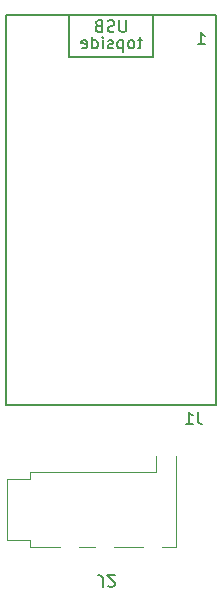
<source format=gbo>
%TF.GenerationSoftware,KiCad,Pcbnew,8.0.1*%
%TF.CreationDate,2024-09-02T22:54:56+02:00*%
%TF.ProjectId,KeyboardTest2,4b657962-6f61-4726-9454-657374322e6b,rev?*%
%TF.SameCoordinates,Original*%
%TF.FileFunction,Legend,Bot*%
%TF.FilePolarity,Positive*%
%FSLAX46Y46*%
G04 Gerber Fmt 4.6, Leading zero omitted, Abs format (unit mm)*
G04 Created by KiCad (PCBNEW 8.0.1) date 2024-09-02 22:54:56*
%MOMM*%
%LPD*%
G01*
G04 APERTURE LIST*
%ADD10C,0.150000*%
%ADD11C,0.120000*%
%ADD12C,3.300000*%
%ADD13C,1.750000*%
%ADD14C,3.987800*%
%ADD15R,1.200000X2.500000*%
%ADD16C,1.600000*%
G04 APERTURE END LIST*
D10*
X38213333Y-60244819D02*
X38213333Y-60959104D01*
X38213333Y-60959104D02*
X38260952Y-61101961D01*
X38260952Y-61101961D02*
X38356190Y-61197200D01*
X38356190Y-61197200D02*
X38499047Y-61244819D01*
X38499047Y-61244819D02*
X38594285Y-61244819D01*
X37213333Y-61244819D02*
X37784761Y-61244819D01*
X37499047Y-61244819D02*
X37499047Y-60244819D01*
X37499047Y-60244819D02*
X37594285Y-60387676D01*
X37594285Y-60387676D02*
X37689523Y-60482914D01*
X37689523Y-60482914D02*
X37784761Y-60530533D01*
X38214285Y-29089819D02*
X38785713Y-29089819D01*
X38499999Y-29089819D02*
X38499999Y-28089819D01*
X38499999Y-28089819D02*
X38595237Y-28232676D01*
X38595237Y-28232676D02*
X38690475Y-28327914D01*
X38690475Y-28327914D02*
X38785713Y-28375533D01*
X33499047Y-28793152D02*
X33118095Y-28793152D01*
X33356190Y-28459819D02*
X33356190Y-29316961D01*
X33356190Y-29316961D02*
X33308571Y-29412200D01*
X33308571Y-29412200D02*
X33213333Y-29459819D01*
X33213333Y-29459819D02*
X33118095Y-29459819D01*
X32641904Y-29459819D02*
X32737142Y-29412200D01*
X32737142Y-29412200D02*
X32784761Y-29364580D01*
X32784761Y-29364580D02*
X32832380Y-29269342D01*
X32832380Y-29269342D02*
X32832380Y-28983628D01*
X32832380Y-28983628D02*
X32784761Y-28888390D01*
X32784761Y-28888390D02*
X32737142Y-28840771D01*
X32737142Y-28840771D02*
X32641904Y-28793152D01*
X32641904Y-28793152D02*
X32499047Y-28793152D01*
X32499047Y-28793152D02*
X32403809Y-28840771D01*
X32403809Y-28840771D02*
X32356190Y-28888390D01*
X32356190Y-28888390D02*
X32308571Y-28983628D01*
X32308571Y-28983628D02*
X32308571Y-29269342D01*
X32308571Y-29269342D02*
X32356190Y-29364580D01*
X32356190Y-29364580D02*
X32403809Y-29412200D01*
X32403809Y-29412200D02*
X32499047Y-29459819D01*
X32499047Y-29459819D02*
X32641904Y-29459819D01*
X31879999Y-28793152D02*
X31879999Y-29793152D01*
X31879999Y-28840771D02*
X31784761Y-28793152D01*
X31784761Y-28793152D02*
X31594285Y-28793152D01*
X31594285Y-28793152D02*
X31499047Y-28840771D01*
X31499047Y-28840771D02*
X31451428Y-28888390D01*
X31451428Y-28888390D02*
X31403809Y-28983628D01*
X31403809Y-28983628D02*
X31403809Y-29269342D01*
X31403809Y-29269342D02*
X31451428Y-29364580D01*
X31451428Y-29364580D02*
X31499047Y-29412200D01*
X31499047Y-29412200D02*
X31594285Y-29459819D01*
X31594285Y-29459819D02*
X31784761Y-29459819D01*
X31784761Y-29459819D02*
X31879999Y-29412200D01*
X31022856Y-29412200D02*
X30927618Y-29459819D01*
X30927618Y-29459819D02*
X30737142Y-29459819D01*
X30737142Y-29459819D02*
X30641904Y-29412200D01*
X30641904Y-29412200D02*
X30594285Y-29316961D01*
X30594285Y-29316961D02*
X30594285Y-29269342D01*
X30594285Y-29269342D02*
X30641904Y-29174104D01*
X30641904Y-29174104D02*
X30737142Y-29126485D01*
X30737142Y-29126485D02*
X30879999Y-29126485D01*
X30879999Y-29126485D02*
X30975237Y-29078866D01*
X30975237Y-29078866D02*
X31022856Y-28983628D01*
X31022856Y-28983628D02*
X31022856Y-28936009D01*
X31022856Y-28936009D02*
X30975237Y-28840771D01*
X30975237Y-28840771D02*
X30879999Y-28793152D01*
X30879999Y-28793152D02*
X30737142Y-28793152D01*
X30737142Y-28793152D02*
X30641904Y-28840771D01*
X30165713Y-29459819D02*
X30165713Y-28793152D01*
X30165713Y-28459819D02*
X30213332Y-28507438D01*
X30213332Y-28507438D02*
X30165713Y-28555057D01*
X30165713Y-28555057D02*
X30118094Y-28507438D01*
X30118094Y-28507438D02*
X30165713Y-28459819D01*
X30165713Y-28459819D02*
X30165713Y-28555057D01*
X29260952Y-29459819D02*
X29260952Y-28459819D01*
X29260952Y-29412200D02*
X29356190Y-29459819D01*
X29356190Y-29459819D02*
X29546666Y-29459819D01*
X29546666Y-29459819D02*
X29641904Y-29412200D01*
X29641904Y-29412200D02*
X29689523Y-29364580D01*
X29689523Y-29364580D02*
X29737142Y-29269342D01*
X29737142Y-29269342D02*
X29737142Y-28983628D01*
X29737142Y-28983628D02*
X29689523Y-28888390D01*
X29689523Y-28888390D02*
X29641904Y-28840771D01*
X29641904Y-28840771D02*
X29546666Y-28793152D01*
X29546666Y-28793152D02*
X29356190Y-28793152D01*
X29356190Y-28793152D02*
X29260952Y-28840771D01*
X28403809Y-29412200D02*
X28499047Y-29459819D01*
X28499047Y-29459819D02*
X28689523Y-29459819D01*
X28689523Y-29459819D02*
X28784761Y-29412200D01*
X28784761Y-29412200D02*
X28832380Y-29316961D01*
X28832380Y-29316961D02*
X28832380Y-28936009D01*
X28832380Y-28936009D02*
X28784761Y-28840771D01*
X28784761Y-28840771D02*
X28689523Y-28793152D01*
X28689523Y-28793152D02*
X28499047Y-28793152D01*
X28499047Y-28793152D02*
X28403809Y-28840771D01*
X28403809Y-28840771D02*
X28356190Y-28936009D01*
X28356190Y-28936009D02*
X28356190Y-29031247D01*
X28356190Y-29031247D02*
X28832380Y-29126485D01*
X32141904Y-27059819D02*
X32141904Y-27869342D01*
X32141904Y-27869342D02*
X32094285Y-27964580D01*
X32094285Y-27964580D02*
X32046666Y-28012200D01*
X32046666Y-28012200D02*
X31951428Y-28059819D01*
X31951428Y-28059819D02*
X31760952Y-28059819D01*
X31760952Y-28059819D02*
X31665714Y-28012200D01*
X31665714Y-28012200D02*
X31618095Y-27964580D01*
X31618095Y-27964580D02*
X31570476Y-27869342D01*
X31570476Y-27869342D02*
X31570476Y-27059819D01*
X31141904Y-28012200D02*
X30999047Y-28059819D01*
X30999047Y-28059819D02*
X30760952Y-28059819D01*
X30760952Y-28059819D02*
X30665714Y-28012200D01*
X30665714Y-28012200D02*
X30618095Y-27964580D01*
X30618095Y-27964580D02*
X30570476Y-27869342D01*
X30570476Y-27869342D02*
X30570476Y-27774104D01*
X30570476Y-27774104D02*
X30618095Y-27678866D01*
X30618095Y-27678866D02*
X30665714Y-27631247D01*
X30665714Y-27631247D02*
X30760952Y-27583628D01*
X30760952Y-27583628D02*
X30951428Y-27536009D01*
X30951428Y-27536009D02*
X31046666Y-27488390D01*
X31046666Y-27488390D02*
X31094285Y-27440771D01*
X31094285Y-27440771D02*
X31141904Y-27345533D01*
X31141904Y-27345533D02*
X31141904Y-27250295D01*
X31141904Y-27250295D02*
X31094285Y-27155057D01*
X31094285Y-27155057D02*
X31046666Y-27107438D01*
X31046666Y-27107438D02*
X30951428Y-27059819D01*
X30951428Y-27059819D02*
X30713333Y-27059819D01*
X30713333Y-27059819D02*
X30570476Y-27107438D01*
X29808571Y-27536009D02*
X29665714Y-27583628D01*
X29665714Y-27583628D02*
X29618095Y-27631247D01*
X29618095Y-27631247D02*
X29570476Y-27726485D01*
X29570476Y-27726485D02*
X29570476Y-27869342D01*
X29570476Y-27869342D02*
X29618095Y-27964580D01*
X29618095Y-27964580D02*
X29665714Y-28012200D01*
X29665714Y-28012200D02*
X29760952Y-28059819D01*
X29760952Y-28059819D02*
X30141904Y-28059819D01*
X30141904Y-28059819D02*
X30141904Y-27059819D01*
X30141904Y-27059819D02*
X29808571Y-27059819D01*
X29808571Y-27059819D02*
X29713333Y-27107438D01*
X29713333Y-27107438D02*
X29665714Y-27155057D01*
X29665714Y-27155057D02*
X29618095Y-27250295D01*
X29618095Y-27250295D02*
X29618095Y-27345533D01*
X29618095Y-27345533D02*
X29665714Y-27440771D01*
X29665714Y-27440771D02*
X29713333Y-27488390D01*
X29713333Y-27488390D02*
X29808571Y-27536009D01*
X29808571Y-27536009D02*
X30141904Y-27536009D01*
X30166666Y-75045180D02*
X30166666Y-74330895D01*
X30166666Y-74330895D02*
X30119047Y-74188038D01*
X30119047Y-74188038D02*
X30023809Y-74092800D01*
X30023809Y-74092800D02*
X29880952Y-74045180D01*
X29880952Y-74045180D02*
X29785714Y-74045180D01*
X30595238Y-74949942D02*
X30642857Y-74997561D01*
X30642857Y-74997561D02*
X30738095Y-75045180D01*
X30738095Y-75045180D02*
X30976190Y-75045180D01*
X30976190Y-75045180D02*
X31071428Y-74997561D01*
X31071428Y-74997561D02*
X31119047Y-74949942D01*
X31119047Y-74949942D02*
X31166666Y-74854704D01*
X31166666Y-74854704D02*
X31166666Y-74759466D01*
X31166666Y-74759466D02*
X31119047Y-74616609D01*
X31119047Y-74616609D02*
X30547619Y-74045180D01*
X30547619Y-74045180D02*
X31166666Y-74045180D01*
%TO.C,J1*%
X21990000Y-59630000D02*
X39770000Y-59630000D01*
X39770000Y-26610000D01*
X21990000Y-26610000D01*
X21990000Y-59630000D01*
X34430000Y-30190000D02*
X27330000Y-30190000D01*
X34430000Y-26610000D02*
X34430000Y-30190000D01*
X27330000Y-26610000D02*
X27330000Y-30190000D01*
D11*
%TO.C,J2*%
X36370000Y-64000000D02*
X36370000Y-71670000D01*
X35150000Y-71670000D02*
X36370000Y-71670000D01*
X34650000Y-65330000D02*
X34650000Y-64000000D01*
X33550000Y-71670000D02*
X31150000Y-71670000D01*
X29550000Y-71670000D02*
X28150000Y-71670000D01*
X26550000Y-71670000D02*
X24030000Y-71670000D01*
X24030000Y-71670000D02*
X24030000Y-71120000D01*
X24030000Y-71120000D02*
X22030000Y-71120000D01*
X24030000Y-65880000D02*
X24030000Y-65330000D01*
X24030000Y-65330000D02*
X34650000Y-65330000D01*
X22030000Y-71120000D02*
X22030000Y-65880000D01*
X22030000Y-65880000D02*
X24030000Y-65880000D01*
%TD*%
%LPC*%
D12*
%TO.C,MX15*%
X85049379Y-62411573D03*
X91399379Y-64951573D03*
D13*
X92669379Y-67491573D03*
D14*
X87589379Y-67491573D03*
D13*
X82509379Y-67491573D03*
%TD*%
D12*
%TO.C,MX13*%
X46964076Y-67526322D03*
X53314076Y-70066322D03*
D13*
X54584076Y-72606322D03*
D14*
X49504076Y-72606322D03*
D13*
X44424076Y-72606322D03*
%TD*%
D12*
%TO.C,MX17*%
X123123800Y-69860431D03*
X129473800Y-72400431D03*
D13*
X130743800Y-74940431D03*
D14*
X125663800Y-74940431D03*
D13*
X120583800Y-74940431D03*
%TD*%
D12*
%TO.C,MX14*%
X66018986Y-64642406D03*
X72368986Y-67182406D03*
D13*
X73638986Y-69722406D03*
D14*
X68558986Y-69722406D03*
D13*
X63478986Y-69722406D03*
%TD*%
D12*
%TO.C,MX10*%
X104040000Y-45420000D03*
X110390000Y-47960000D03*
D13*
X111660000Y-50500000D03*
D14*
X106580000Y-50500000D03*
D13*
X101500000Y-50500000D03*
%TD*%
D12*
%TO.C,MX2*%
X66000000Y-26500000D03*
X72350000Y-29040000D03*
D13*
X73620000Y-31580000D03*
D14*
X68540000Y-31580000D03*
D13*
X63460000Y-31580000D03*
%TD*%
D12*
%TO.C,MX11*%
X123103053Y-50802512D03*
X129453053Y-53342512D03*
D13*
X130723053Y-55882512D03*
D14*
X125643053Y-55882512D03*
D13*
X120563053Y-55882512D03*
%TD*%
D12*
%TO.C,MX16*%
X104100425Y-64445279D03*
X110450425Y-66985279D03*
D13*
X111720425Y-69525279D03*
D14*
X106640425Y-69525279D03*
D13*
X101560425Y-69525279D03*
%TD*%
D12*
%TO.C,MX18*%
X142204753Y-69860431D03*
X148554753Y-72400431D03*
D13*
X149824753Y-74940431D03*
D14*
X144744753Y-74940431D03*
D13*
X139664753Y-74940431D03*
%TD*%
D12*
%TO.C,MX3*%
X85019586Y-24308311D03*
X91369586Y-26848311D03*
D13*
X92639586Y-29388311D03*
D14*
X87559586Y-29388311D03*
D13*
X82479586Y-29388311D03*
%TD*%
D12*
%TO.C,MX5*%
X123078458Y-31764863D03*
X129428458Y-34304863D03*
D13*
X130698458Y-36844863D03*
D14*
X125618458Y-36844863D03*
D13*
X120538458Y-36844863D03*
%TD*%
D12*
%TO.C,MX9*%
X85038105Y-43378827D03*
X91388105Y-45918827D03*
D13*
X92658105Y-48458827D03*
D14*
X87578105Y-48458827D03*
D13*
X82498105Y-48458827D03*
%TD*%
D12*
%TO.C,MX21*%
X74460000Y-84920000D03*
X80810000Y-87460000D03*
D13*
X82080000Y-90000000D03*
D14*
X77000000Y-90000000D03*
D13*
X71920000Y-90000000D03*
%TD*%
D12*
%TO.C,MX4*%
X104057320Y-26381522D03*
X110407320Y-28921522D03*
D13*
X111677320Y-31461522D03*
D14*
X106597320Y-31461522D03*
D13*
X101517320Y-31461522D03*
%TD*%
D12*
%TO.C,MX1*%
X46960000Y-29420000D03*
X53310000Y-31960000D03*
D13*
X54580000Y-34500000D03*
D14*
X49500000Y-34500000D03*
D13*
X44420000Y-34500000D03*
%TD*%
D12*
%TO.C,MX6*%
X142099597Y-31794771D03*
X148449597Y-34334771D03*
D13*
X149719597Y-36874771D03*
D14*
X144639597Y-36874771D03*
D13*
X139559597Y-36874771D03*
%TD*%
D12*
%TO.C,MX12*%
X142154099Y-50802512D03*
X148504099Y-53342512D03*
D13*
X149774099Y-55882512D03*
D14*
X144694099Y-55882512D03*
D13*
X139614099Y-55882512D03*
%TD*%
D12*
%TO.C,MX7*%
X46966488Y-48476107D03*
X53316488Y-51016107D03*
D13*
X54586488Y-53556107D03*
D14*
X49506488Y-53556107D03*
D13*
X44426488Y-53556107D03*
%TD*%
D12*
%TO.C,MX20*%
X51324845Y-89065298D03*
X58115874Y-89875249D03*
D13*
X60000000Y-92000000D03*
D14*
X55093097Y-93314801D03*
D13*
X50186194Y-94629602D03*
%TD*%
D12*
%TO.C,MX19*%
X28447033Y-88469407D03*
X35275538Y-88087803D03*
D13*
X37500000Y-89853099D03*
D14*
X32895956Y-92000000D03*
D13*
X28291912Y-94146901D03*
%TD*%
D12*
%TO.C,MX8*%
X66022349Y-45541895D03*
X72372349Y-48081895D03*
D13*
X73642349Y-50621895D03*
D14*
X68562349Y-50621895D03*
D13*
X63482349Y-50621895D03*
%TD*%
D15*
%TO.C,J2*%
X34350000Y-71750000D03*
X35450000Y-65250000D03*
X27350000Y-71750000D03*
X30350000Y-71750000D03*
D16*
X32750000Y-68500000D03*
X25750000Y-68500000D03*
%TD*%
%LPD*%
M02*

</source>
